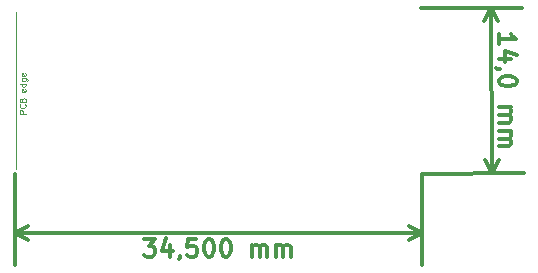
<source format=gbr>
G04 #@! TF.GenerationSoftware,KiCad,Pcbnew,5.0.0-rc1-44a33f2~62~ubuntu16.04.1*
G04 #@! TF.CreationDate,2018-03-26T20:00:56+02:00*
G04 #@! TF.ProjectId,ubmp_v1r1,75626D705F763172312E6B696361645F,rev?*
G04 #@! TF.SameCoordinates,Original*
G04 #@! TF.FileFunction,Drawing*
%FSLAX46Y46*%
G04 Gerber Fmt 4.6, Leading zero omitted, Abs format (unit mm)*
G04 Created by KiCad (PCBNEW 5.0.0-rc1-44a33f2~62~ubuntu16.04.1) date Mon Mar 26 20:00:56 2018*
%MOMM*%
%LPD*%
G01*
G04 APERTURE LIST*
%ADD10C,0.300000*%
%ADD11C,0.120000*%
%ADD12C,0.075000*%
G04 APERTURE END LIST*
D10*
X125987335Y-102024632D02*
X125981213Y-101167511D01*
X125984274Y-101596072D02*
X127484235Y-101585358D01*
X127268935Y-101444035D01*
X127125061Y-101302202D01*
X127052614Y-101159858D01*
X126996493Y-103303171D02*
X125996518Y-103310314D01*
X127565356Y-102941956D02*
X126491404Y-102592475D01*
X126498036Y-103521023D01*
X126074067Y-104166924D02*
X126002641Y-104167435D01*
X125859277Y-104097028D01*
X125787340Y-104026112D01*
X127509235Y-105085268D02*
X127510255Y-105228122D01*
X127439849Y-105371485D01*
X127368932Y-105443422D01*
X127226589Y-105515870D01*
X126941392Y-105589337D01*
X126584258Y-105591888D01*
X126298041Y-105522502D01*
X126154678Y-105452096D01*
X126082741Y-105381179D01*
X126010293Y-105238836D01*
X126009273Y-105095982D01*
X126079679Y-104952619D01*
X126150596Y-104880682D01*
X126292939Y-104808235D01*
X126578136Y-104734767D01*
X126935270Y-104732216D01*
X127221487Y-104801602D01*
X127364851Y-104872008D01*
X127436788Y-104942925D01*
X127509235Y-105085268D01*
X126025599Y-107381638D02*
X127025574Y-107374496D01*
X126882720Y-107375516D02*
X126954657Y-107446433D01*
X127027104Y-107588776D01*
X127028635Y-107803056D01*
X126958228Y-107946420D01*
X126815885Y-108018867D01*
X126030191Y-108024479D01*
X126815885Y-108018867D02*
X126959249Y-108089273D01*
X127031696Y-108231617D01*
X127033227Y-108445897D01*
X126962820Y-108589261D01*
X126820477Y-108661708D01*
X126034783Y-108667320D01*
X126039885Y-109381587D02*
X127039859Y-109374445D01*
X126897006Y-109375465D02*
X126968942Y-109446382D01*
X127041390Y-109588725D01*
X127042920Y-109803005D01*
X126972514Y-109946369D01*
X126830171Y-110018816D01*
X126044476Y-110024428D01*
X126830171Y-110018816D02*
X126973534Y-110089222D01*
X127045981Y-110231566D01*
X127047512Y-110445846D01*
X126977106Y-110589210D01*
X126834762Y-110661657D01*
X126049068Y-110667269D01*
X125393985Y-112957900D02*
X125293985Y-98957900D01*
X119500000Y-113000000D02*
X128093916Y-112938615D01*
X119400000Y-99000000D02*
X127993916Y-98938615D01*
X125293985Y-98957900D02*
X125888437Y-100080186D01*
X125293985Y-98957900D02*
X124715625Y-100088564D01*
X125393985Y-112957900D02*
X125972345Y-111827236D01*
X125393985Y-112957900D02*
X124799533Y-111835614D01*
X95964285Y-118528571D02*
X96892857Y-118528571D01*
X96392857Y-119100000D01*
X96607142Y-119100000D01*
X96750000Y-119171428D01*
X96821428Y-119242857D01*
X96892857Y-119385714D01*
X96892857Y-119742857D01*
X96821428Y-119885714D01*
X96750000Y-119957142D01*
X96607142Y-120028571D01*
X96178571Y-120028571D01*
X96035714Y-119957142D01*
X95964285Y-119885714D01*
X98178571Y-119028571D02*
X98178571Y-120028571D01*
X97821428Y-118457142D02*
X97464285Y-119528571D01*
X98392857Y-119528571D01*
X99035714Y-119957142D02*
X99035714Y-120028571D01*
X98964285Y-120171428D01*
X98892857Y-120242857D01*
X100392857Y-118528571D02*
X99678571Y-118528571D01*
X99607142Y-119242857D01*
X99678571Y-119171428D01*
X99821428Y-119100000D01*
X100178571Y-119100000D01*
X100321428Y-119171428D01*
X100392857Y-119242857D01*
X100464285Y-119385714D01*
X100464285Y-119742857D01*
X100392857Y-119885714D01*
X100321428Y-119957142D01*
X100178571Y-120028571D01*
X99821428Y-120028571D01*
X99678571Y-119957142D01*
X99607142Y-119885714D01*
X101392857Y-118528571D02*
X101535714Y-118528571D01*
X101678571Y-118600000D01*
X101750000Y-118671428D01*
X101821428Y-118814285D01*
X101892857Y-119100000D01*
X101892857Y-119457142D01*
X101821428Y-119742857D01*
X101750000Y-119885714D01*
X101678571Y-119957142D01*
X101535714Y-120028571D01*
X101392857Y-120028571D01*
X101250000Y-119957142D01*
X101178571Y-119885714D01*
X101107142Y-119742857D01*
X101035714Y-119457142D01*
X101035714Y-119100000D01*
X101107142Y-118814285D01*
X101178571Y-118671428D01*
X101250000Y-118600000D01*
X101392857Y-118528571D01*
X102821428Y-118528571D02*
X102964285Y-118528571D01*
X103107142Y-118600000D01*
X103178571Y-118671428D01*
X103250000Y-118814285D01*
X103321428Y-119100000D01*
X103321428Y-119457142D01*
X103250000Y-119742857D01*
X103178571Y-119885714D01*
X103107142Y-119957142D01*
X102964285Y-120028571D01*
X102821428Y-120028571D01*
X102678571Y-119957142D01*
X102607142Y-119885714D01*
X102535714Y-119742857D01*
X102464285Y-119457142D01*
X102464285Y-119100000D01*
X102535714Y-118814285D01*
X102607142Y-118671428D01*
X102678571Y-118600000D01*
X102821428Y-118528571D01*
X105107142Y-120028571D02*
X105107142Y-119028571D01*
X105107142Y-119171428D02*
X105178571Y-119100000D01*
X105321428Y-119028571D01*
X105535714Y-119028571D01*
X105678571Y-119100000D01*
X105750000Y-119242857D01*
X105750000Y-120028571D01*
X105750000Y-119242857D02*
X105821428Y-119100000D01*
X105964285Y-119028571D01*
X106178571Y-119028571D01*
X106321428Y-119100000D01*
X106392857Y-119242857D01*
X106392857Y-120028571D01*
X107107142Y-120028571D02*
X107107142Y-119028571D01*
X107107142Y-119171428D02*
X107178571Y-119100000D01*
X107321428Y-119028571D01*
X107535714Y-119028571D01*
X107678571Y-119100000D01*
X107750000Y-119242857D01*
X107750000Y-120028571D01*
X107750000Y-119242857D02*
X107821428Y-119100000D01*
X107964285Y-119028571D01*
X108178571Y-119028571D01*
X108321428Y-119100000D01*
X108392857Y-119242857D01*
X108392857Y-120028571D01*
X85000000Y-118000000D02*
X119500000Y-118000000D01*
X85000000Y-113000000D02*
X85000000Y-120700000D01*
X119500000Y-113000000D02*
X119500000Y-120700000D01*
X119500000Y-118000000D02*
X118373496Y-118586421D01*
X119500000Y-118000000D02*
X118373496Y-117413579D01*
X85000000Y-118000000D02*
X86126504Y-118586421D01*
X85000000Y-118000000D02*
X86126504Y-117413579D01*
D11*
X85100000Y-112600000D02*
X85100000Y-99300000D01*
D12*
X85926190Y-107902380D02*
X85426190Y-107902380D01*
X85426190Y-107711904D01*
X85450000Y-107664285D01*
X85473809Y-107640476D01*
X85521428Y-107616666D01*
X85592857Y-107616666D01*
X85640476Y-107640476D01*
X85664285Y-107664285D01*
X85688095Y-107711904D01*
X85688095Y-107902380D01*
X85878571Y-107116666D02*
X85902380Y-107140476D01*
X85926190Y-107211904D01*
X85926190Y-107259523D01*
X85902380Y-107330952D01*
X85854761Y-107378571D01*
X85807142Y-107402380D01*
X85711904Y-107426190D01*
X85640476Y-107426190D01*
X85545238Y-107402380D01*
X85497619Y-107378571D01*
X85450000Y-107330952D01*
X85426190Y-107259523D01*
X85426190Y-107211904D01*
X85450000Y-107140476D01*
X85473809Y-107116666D01*
X85664285Y-106735714D02*
X85688095Y-106664285D01*
X85711904Y-106640476D01*
X85759523Y-106616666D01*
X85830952Y-106616666D01*
X85878571Y-106640476D01*
X85902380Y-106664285D01*
X85926190Y-106711904D01*
X85926190Y-106902380D01*
X85426190Y-106902380D01*
X85426190Y-106735714D01*
X85450000Y-106688095D01*
X85473809Y-106664285D01*
X85521428Y-106640476D01*
X85569047Y-106640476D01*
X85616666Y-106664285D01*
X85640476Y-106688095D01*
X85664285Y-106735714D01*
X85664285Y-106902380D01*
X85902380Y-105830952D02*
X85926190Y-105878571D01*
X85926190Y-105973809D01*
X85902380Y-106021428D01*
X85854761Y-106045238D01*
X85664285Y-106045238D01*
X85616666Y-106021428D01*
X85592857Y-105973809D01*
X85592857Y-105878571D01*
X85616666Y-105830952D01*
X85664285Y-105807142D01*
X85711904Y-105807142D01*
X85759523Y-106045238D01*
X85926190Y-105378571D02*
X85426190Y-105378571D01*
X85902380Y-105378571D02*
X85926190Y-105426190D01*
X85926190Y-105521428D01*
X85902380Y-105569047D01*
X85878571Y-105592857D01*
X85830952Y-105616666D01*
X85688095Y-105616666D01*
X85640476Y-105592857D01*
X85616666Y-105569047D01*
X85592857Y-105521428D01*
X85592857Y-105426190D01*
X85616666Y-105378571D01*
X85592857Y-104926190D02*
X85997619Y-104926190D01*
X86045238Y-104950000D01*
X86069047Y-104973809D01*
X86092857Y-105021428D01*
X86092857Y-105092857D01*
X86069047Y-105140476D01*
X85902380Y-104926190D02*
X85926190Y-104973809D01*
X85926190Y-105069047D01*
X85902380Y-105116666D01*
X85878571Y-105140476D01*
X85830952Y-105164285D01*
X85688095Y-105164285D01*
X85640476Y-105140476D01*
X85616666Y-105116666D01*
X85592857Y-105069047D01*
X85592857Y-104973809D01*
X85616666Y-104926190D01*
X85902380Y-104497619D02*
X85926190Y-104545238D01*
X85926190Y-104640476D01*
X85902380Y-104688095D01*
X85854761Y-104711904D01*
X85664285Y-104711904D01*
X85616666Y-104688095D01*
X85592857Y-104640476D01*
X85592857Y-104545238D01*
X85616666Y-104497619D01*
X85664285Y-104473809D01*
X85711904Y-104473809D01*
X85759523Y-104711904D01*
M02*

</source>
